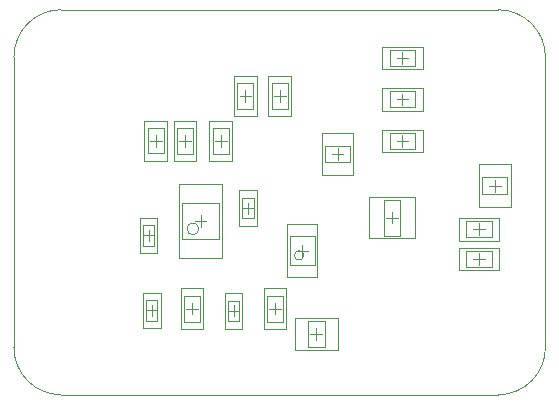
<source format=gbo>
G04*
G04 #@! TF.GenerationSoftware,Altium Limited,Altium Designer,19.1.8 (144)*
G04*
G04 Layer_Color=32896*
%FSLAX25Y25*%
%MOIN*%
G70*
G01*
G75*
%ADD16C,0.00394*%
%ADD17C,0.00394*%
%ADD18C,0.00197*%
D16*
X9449Y112598D02*
D03*
X186614Y15748D02*
D03*
D17*
X170866Y-0D02*
G03*
X186614Y15748I0J15748D01*
G01*
X9449Y15748D02*
G03*
X25197Y0I15748J0D01*
G01*
X186614Y112598D02*
G03*
X170866Y128347I-15748J0D01*
G01*
X25197D02*
G03*
X9449Y112598I0J-15748D01*
G01*
X25197Y128347D02*
X170866D01*
X9449Y15748D02*
Y112598D01*
X25197Y0D02*
X170866D01*
X186614Y15748D02*
Y112598D01*
X71063Y55315D02*
G03*
X71063Y55315I-1969J0D01*
G01*
X106102Y46457D02*
G03*
X106102Y46457I-1575J0D01*
G01*
X89370Y58760D02*
Y65650D01*
X85630Y58760D02*
Y65650D01*
X89370D01*
X85630Y58760D02*
X89370D01*
X53543Y24705D02*
X57284D01*
X53543Y31594D02*
X57284D01*
X53543Y24705D02*
Y31594D01*
X57284Y24705D02*
Y31594D01*
X80807Y31398D02*
X84547D01*
X80807Y24508D02*
X84547D01*
Y31398D01*
X80807Y24508D02*
Y31398D01*
X52461Y56595D02*
X56201D01*
X52461Y49705D02*
X56201D01*
Y56595D01*
X52461Y49705D02*
Y56595D01*
X107480Y16043D02*
X112992D01*
X107480Y24508D02*
X112992D01*
Y16043D02*
Y24508D01*
X107480Y16043D02*
Y24508D01*
X160236Y47933D02*
X168898D01*
X160236Y42618D02*
X168898D01*
X160236D02*
Y47933D01*
X168898Y42618D02*
Y47933D01*
X113091Y77559D02*
Y83071D01*
X121555Y77559D02*
Y83071D01*
X113091Y77559D02*
X121555D01*
X113091Y83071D02*
X121555D01*
X54035Y88779D02*
X59350D01*
X54035Y80512D02*
X59350D01*
Y88779D01*
X54035Y80512D02*
Y88779D01*
X173917Y66929D02*
Y72441D01*
X165453Y66929D02*
Y72441D01*
X173917D01*
X165453Y66929D02*
X173917D01*
X75689Y80315D02*
X81004D01*
X75689Y88976D02*
X81004D01*
X75689Y80315D02*
Y88976D01*
X81004Y80315D02*
Y88976D01*
X63878D02*
X69193D01*
X63878Y80315D02*
X69193D01*
Y88976D01*
X63878Y80315D02*
Y88976D01*
X65551Y51772D02*
X77756D01*
X65551Y63976D02*
X77756D01*
X65551Y51772D02*
Y63976D01*
X77756Y51772D02*
Y63976D01*
X95374Y103839D02*
X100689D01*
X95374Y95177D02*
X100689D01*
Y103839D01*
X95374Y95177D02*
Y103839D01*
X83957Y103937D02*
X89272D01*
X83957Y95276D02*
X89272D01*
Y103937D01*
X83957Y95276D02*
Y103937D01*
X134685Y109449D02*
Y114961D01*
X143268Y109449D02*
Y114961D01*
X134685D02*
X143268D01*
X134685Y109449D02*
X143268D01*
X160236Y52461D02*
X168898D01*
X160236Y57775D02*
X168898D01*
Y52461D02*
Y57775D01*
X160236Y52461D02*
Y57775D01*
X134646Y81988D02*
X143307D01*
X134646Y87303D02*
X143307D01*
Y81988D02*
Y87303D01*
X134646Y81988D02*
Y87303D01*
X134843Y95768D02*
Y101083D01*
X143110Y95768D02*
Y101083D01*
X134843D02*
X143110D01*
X134843Y95768D02*
X143110D01*
X93799Y24409D02*
Y33071D01*
X99114Y24409D02*
Y33071D01*
X93799Y24409D02*
X99114D01*
X93799Y33071D02*
X99114D01*
X66240Y24409D02*
Y33071D01*
X71555Y24409D02*
Y33071D01*
X66240Y24409D02*
X71555D01*
X66240Y33071D02*
X71555D01*
X132677Y53071D02*
X138189D01*
X132677Y65039D02*
X138189D01*
Y53071D02*
Y65039D01*
X132677Y53071D02*
Y65039D01*
X101378Y43307D02*
X109646D01*
X101378Y52756D02*
X109646D01*
X101378Y43307D02*
Y52756D01*
X109646Y43307D02*
Y52756D01*
X85630Y62205D02*
X89370D01*
X87500Y60335D02*
Y64075D01*
X55413Y26280D02*
Y30020D01*
X53543Y28150D02*
X57284D01*
X82677Y26083D02*
Y29823D01*
X80807Y27953D02*
X84547D01*
X54331Y51279D02*
Y55020D01*
X52461Y53150D02*
X56201D01*
X110236Y18307D02*
Y22244D01*
X108268Y20276D02*
X112205D01*
X164567Y43307D02*
Y47244D01*
X162598Y45276D02*
X166535D01*
X115354Y80315D02*
X119291D01*
X117323Y78347D02*
Y82284D01*
X56693Y82677D02*
Y86614D01*
X54724Y84646D02*
X58661D01*
X167717Y69685D02*
X171653D01*
X169685Y67716D02*
Y71653D01*
X78347Y82677D02*
Y86614D01*
X76378Y84646D02*
X80315D01*
X66535Y82677D02*
Y86614D01*
X64567Y84646D02*
X68504D01*
X71654Y55905D02*
Y59842D01*
X69685Y57874D02*
X73622D01*
X98032Y97539D02*
Y101476D01*
X96063Y99508D02*
X100000D01*
X86614Y97638D02*
Y101575D01*
X84646Y99606D02*
X88583D01*
X137008Y112205D02*
X140945D01*
X138977Y110236D02*
Y114173D01*
X164567Y53149D02*
Y57086D01*
X162598Y55118D02*
X166535D01*
X138976Y82677D02*
Y86614D01*
X137008Y84646D02*
X140945D01*
X137008Y98425D02*
X140945D01*
X138977Y96457D02*
Y100394D01*
X94488Y28740D02*
X98425D01*
X96457Y26772D02*
Y30709D01*
X66929Y28740D02*
X70866D01*
X68898Y26772D02*
Y30709D01*
X135433Y57087D02*
Y61024D01*
X133465Y59055D02*
X137402D01*
X105512Y46063D02*
Y50000D01*
X103543Y48031D02*
X107480D01*
D18*
X90453Y56299D02*
Y68110D01*
X84547Y56299D02*
Y68110D01*
X90453D01*
X84547Y56299D02*
X90453D01*
X52461Y22244D02*
X58366D01*
X52461Y34055D02*
X58366D01*
X52461Y22244D02*
Y34055D01*
X58366Y22244D02*
Y34055D01*
X79724Y33858D02*
X85630D01*
X79724Y22047D02*
X85630D01*
Y33858D01*
X79724Y22047D02*
Y33858D01*
X51378Y59055D02*
X57284D01*
X51378Y47244D02*
X57284D01*
Y59055D01*
X51378Y47244D02*
Y59055D01*
X103150Y14961D02*
X117323D01*
X103150Y25591D02*
X117323D01*
Y14961D02*
Y25591D01*
X103150Y14961D02*
Y25591D01*
X157874Y49016D02*
X171260D01*
X157874Y41535D02*
X171260D01*
X157874D02*
Y49016D01*
X171260Y41535D02*
Y49016D01*
X112008Y73228D02*
Y87402D01*
X122638Y73228D02*
Y87402D01*
X112008Y73228D02*
X122638D01*
X112008Y87402D02*
X122638D01*
X52953Y91339D02*
X60433D01*
X52953Y77953D02*
X60433D01*
Y91339D01*
X52953Y77953D02*
Y91339D01*
X175000Y62598D02*
Y76772D01*
X164370Y62598D02*
Y76772D01*
X175000D01*
X164370Y62598D02*
X175000D01*
X74606Y77953D02*
X82087D01*
X74606Y91339D02*
X82087D01*
X74606Y77953D02*
Y91339D01*
X82087Y77953D02*
Y91339D01*
X62795Y91339D02*
X70276D01*
X62795Y77953D02*
X70276D01*
Y91339D01*
X62795Y77953D02*
Y91339D01*
X64567Y45472D02*
X78740D01*
X64567Y70275D02*
X78740D01*
X64567Y45472D02*
Y70275D01*
X78740Y45472D02*
Y70275D01*
X94291Y106201D02*
X101772D01*
X94291Y92815D02*
X101772D01*
Y106201D01*
X94291Y92815D02*
Y106201D01*
X82874Y106299D02*
X90354D01*
X82874Y92913D02*
X90354D01*
Y106299D01*
X82874Y92913D02*
Y106299D01*
X132283Y108465D02*
Y115945D01*
X145669Y108465D02*
Y115945D01*
X132283D02*
X145669D01*
X132283Y108465D02*
X145669D01*
X157874Y51378D02*
X171260D01*
X157874Y58858D02*
X171260D01*
Y51378D02*
Y58858D01*
X157874Y51378D02*
Y58858D01*
X132283Y80906D02*
X145669D01*
X132283Y88386D02*
X145669D01*
Y80906D02*
Y88386D01*
X132283Y80906D02*
Y88386D01*
X132283Y94685D02*
Y102165D01*
X145669Y94685D02*
Y102165D01*
X132283D02*
X145669D01*
X132283Y94685D02*
X145669D01*
X92716Y22047D02*
Y35433D01*
X100197Y22047D02*
Y35433D01*
X92716Y22047D02*
X100197D01*
X92716Y35433D02*
X100197D01*
X65158Y22047D02*
Y35433D01*
X72638Y22047D02*
Y35433D01*
X65158Y22047D02*
X72638D01*
X65158Y35433D02*
X72638D01*
X127854Y52165D02*
X143012D01*
X127854Y65945D02*
X143012D01*
Y52165D02*
Y65945D01*
X127854Y52165D02*
Y65945D01*
X100394Y39272D02*
X110630D01*
X100394Y56791D02*
X110630D01*
X100394Y39272D02*
Y56791D01*
X110630Y39272D02*
Y56791D01*
M02*

</source>
